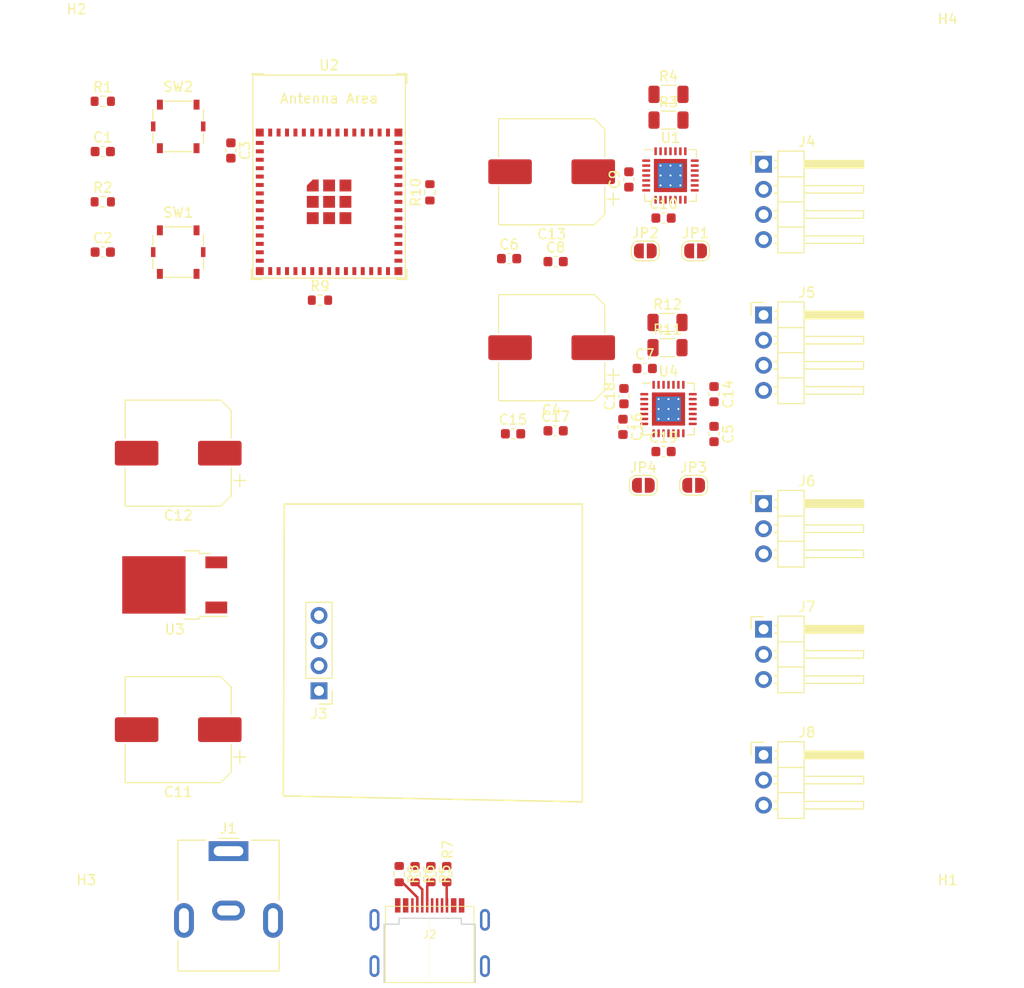
<source format=kicad_pcb>
(kicad_pcb (version 20211014) (generator pcbnew)
  (layers (0 "F.Cu" signal) (31 "B.Cu" signal) (34 "B.Paste" user) (35 "F.Paste" user) (36 "B.SilkS" user "B.Silkscreen") (37 "F.SilkS" user "F.Silkscreen") (38 "B.Mask" user) (39 "F.Mask" user) (44 "Edge.Cuts" user))
  (net 0 "")
  (net 1 "GND")
  (net 2 "Net-(C1-Pad2)")
  (net 3 "Net-(C2-Pad2)")
  (net 4 "+3V3")
  (net 5 "+24V")
  (net 6 "Net-(C7-Pad1)")
  (net 7 "Net-(C9-Pad1)")
  (net 8 "Net-(C9-Pad2)")
  (net 9 "Net-(C10-Pad1)")
  (net 10 "Net-(J2-PadA4)")
  (net 11 "Net-(J2-PadA5)")
  (net 12 "Net-(J2-PadA6)")
  (net 13 "Net-(J2-PadA7)")
  (net 15 "Net-(J2-PadB5)")
  (net 21 "Net-(JP1-Pad2)")
  (net 22 "Net-(JP2-Pad2)")
  (net 23 "Net-(R3-Pad2)")
  (net 24 "Net-(R4-Pad2)")
  (net 25 "Net-(R5-Pad1)")
  (net 26 "Net-(R6-Pad1)")
  (net 64 "Net-(C16-Pad1)")
  (net 65 "Net-(C18-Pad1)")
  (net 66 "Net-(C18-Pad2)")
  (net 67 "Net-(C19-Pad1)")
  (net 68 "Net-(U1-Pad26)")
  (net 69 "Net-(U1-Pad24)")
  (net 70 "Net-(U1-Pad21)")
  (net 71 "Net-(U1-Pad1)")
  (net 72 "Net-(J5-Pad1)")
  (net 73 "Net-(J5-Pad2)")
  (net 74 "Net-(J5-Pad3)")
  (net 75 "Net-(J5-Pad4)")
  (net 76 "Net-(JP3-Pad2)")
  (net 77 "Net-(JP4-Pad2)")
  (net 78 "Net-(U2-Pad21)")
  (net 79 "Net-(U2-Pad22)")
  (net 80 "Net-(U2-Pad39)")
  (net 81 "Net-(U2-Pad40)")
  (net 82 "Net-(R11-Pad2)")
  (net 83 "Net-(R12-Pad2)")
  (net 92 "Stepper A")
  (net 93 "Stepper B")
  (net 94 "Stepper C")
  (footprint "Jumper:SolderJumper-2_P1.3mm_Open_RoundedPad1.0x1.5mm" (layer "F.Cu") (at 128.46 53.22)
    (fp_text reference "JP2" (at 0 -1.8) (layer "F.SilkS"))
    (fp_text value "SolderJumper_2_Open")
    (pad "1" smd custom (at -0.65 0) (size 1 0.5) (layers "F.Cu" "F.Mask") (net 4 "+3V3") (options (clearance outline) (anchor rect)) (primitives (gr_circle (center 0 0.25) (end 0.5 0.25) (width 0) (fill yes)) (gr_circle (center 0 -0.25) (end 0.5 -0.25) (width 0) (fill yes)) (gr_poly (pts (xy 0.5 0.75) (xy 0 0.75) (xy 0 -0.75) (xy 0.5 -0.75)) (width 0) (fill yes))))
    (pad "2" smd custom (at 0.65 0) (size 1 0.5) (layers "F.Cu" "F.Mask") (net 22 "Net-(JP2-Pad2)") (options (clearance outline) (anchor rect)) (primitives (gr_circle (center 0 0.25) (end 0.5 0.25) (width 0) (fill yes)) (gr_circle (center 0 -0.25) (end 0.5 -0.25) (width 0) (fill yes)) (gr_poly (pts (xy 0 0.75) (xy -0.5 0.75) (xy -0.5 -0.75) (xy 0 -0.75)) (width 0) (fill yes))))
  )
  (footprint "Espressif:ESP32-S3-MINI-1" (layer "F.Cu") (at 96.52 48.26)
    (fp_text reference "U2" (at 0 -13.8) (layer "F.SilkS"))
    (fp_text value "ESP32-S3-MINI-1")
    (fp_text user "Antenna Area" (at 0 -10.45) (layer "F.SilkS"))
    (pad "1" smd rect (at -7 -5.95 90) (size 0.4 0.8) (layers "F.Cu" "F.Paste" "F.Mask") (net 1 "GND"))
    (pad "2" smd rect (at -7 -5.1 90) (size 0.4 0.8) (layers "F.Cu" "F.Paste" "F.Mask") (net 1 "GND"))
    (pad "3" smd rect (at -7 -4.25 90) (size 0.4 0.8) (layers "F.Cu" "F.Paste" "F.Mask") (net 4 "+3V3"))
    (pad "4" smd rect (at -7 -3.4 90) (size 0.4 0.8) (layers "F.Cu" "F.Paste" "F.Mask") (net 2 "Net-(C1-Pad2)"))
    (pad "5" smd rect (at -7 -2.55 90) (size 0.4 0.8) (layers "F.Cu" "F.Paste" "F.Mask"))
    (pad "6" smd rect (at -7 -1.7 90) (size 0.4 0.8) (layers "F.Cu" "F.Paste" "F.Mask"))
    (pad "7" smd rect (at -7 -0.85 90) (size 0.4 0.8) (layers "F.Cu" "F.Paste" "F.Mask"))
    (pad "8" smd rect (at -7 0 90) (size 0.4 0.8) (layers "F.Cu" "F.Paste" "F.Mask"))
    (pad "9" smd rect (at -7 0.85 90) (size 0.4 0.8) (layers "F.Cu" "F.Paste" "F.Mask"))
    (pad "10" smd rect (at -7 1.7 90) (size 0.4 0.8) (layers "F.Cu" "F.Paste" "F.Mask"))
    (pad "11" smd rect (at -7 2.55 90) (size 0.4 0.8) (layers "F.Cu" "F.Paste" "F.Mask"))
    (pad "12" smd rect (at -7 3.4 90) (size 0.4 0.8) (layers "F.Cu" "F.Paste" "F.Mask") (net 92 "Stepper A"))
    (pad "13" smd rect (at -7 4.25 90) (size 0.4 0.8) (layers "F.Cu" "F.Paste" "F.Mask") (net 93 "Stepper B"))
    (pad "14" smd rect (at -7 5.1 90) (size 0.4 0.8) (layers "F.Cu" "F.Paste" "F.Mask") (net 94 "Stepper C"))
    (pad "15" smd rect (at -7 5.95 90) (size 0.4 0.8) (layers "F.Cu" "F.Paste" "F.Mask"))
    (pad "16" smd rect (at -5.95 7) (size 0.4 0.8) (layers "F.Cu" "F.Paste" "F.Mask"))
    (pad "17" smd rect (at -5.1 7) (size 0.4 0.8) (layers "F.Cu" "F.Paste" "F.Mask"))
    (pad "18" smd rect (at -4.25 7) (size 0.4 0.8) (layers "F.Cu" "F.Paste" "F.Mask"))
    (pad "19" smd rect (at -3.4 7) (size 0.4 0.8) (layers "F.Cu" "F.Paste" "F.Mask"))
    (pad "20" smd rect (at -2.55 7) (size 0.4 0.8) (layers "F.Cu" "F.Paste" "F.Mask"))
    (pad "21" smd rect (at -1.7 7) (size 0.4 0.8) (layers "F.Cu" "F.Paste" "F.Mask") (net 78 "Net-(U2-Pad21)"))
    (pad "22" smd rect (at -0.85 7) (size 0.4 0.8) (layers "F.Cu" "F.Paste" "F.Mask") (net 79 "Net-(U2-Pad22)"))
    (pad "23" smd rect (at 0 7) (size 0.4 0.8) (layers "F.Cu" "F.Paste" "F.Mask") (net 26 "Net-(R6-Pad1)"))
    (pad "24" smd rect (at 0.85 7) (size 0.4 0.8) (layers "F.Cu" "F.Paste" "F.Mask") (net 25 "Net-(R5-Pad1)"))
    (pad "25" smd rect (at 1.7 7) (size 0.4 0.8) (layers "F.Cu" "F.Paste" "F.Mask"))
    (pad "26" smd rect (at 2.55 7) (size 0.4 0.8) (layers "F.Cu" "F.Paste" "F.Mask"))
    (pad "27" smd rect (at 3.4 7) (size 0.4 0.8) (layers "F.Cu" "F.Paste" "F.Mask"))
    (pad "28" smd rect (at 4.25 7) (size 0.4 0.8) (layers "F.Cu" "F.Paste" "F.Mask"))
    (pad "29" smd rect (at 5.1 7) (size 0.4 0.8) (layers "F.Cu" "F.Paste" "F.Mask"))
    (pad "30" smd rect (at 5.95 7) (size 0.4 0.8) (layers "F.Cu" "F.Paste" "F.Mask"))
    (pad "31" smd rect (at 7 5.95 90) (size 0.4 0.8) (layers "F.Cu" "F.Paste" "F.Mask"))
    (pad "32" smd rect (at 7 5.1 90) (size 0.4 0.8) (layers "F.Cu" "F.Paste" "F.Mask"))
    (pad "33" smd rect (at 7 4.25 90) (size 0.4 0.8) (layers "F.Cu" "F.Paste" "F.Mask"))
    (pad "34" smd rect (at 7 3.4 90) (size 0.4 0.8) (layers "F.Cu" "F.Paste" "F.Mask"))
    (pad "35" smd rect (at 7 2.55 90) (size 0.4 0.8) (layers "F.Cu" "F.Paste" "F.Mask"))
    (pad "36" smd rect (at 7 1.7 90) (size 0.4 0.8) (layers "F.Cu" "F.Paste" "F.Mask"))
    (pad "37" smd rect (at 7 0.85 90) (size 0.4 0.8) (layers "F.Cu" "F.Paste" "F.Mask"))
    (pad "38" smd rect (at 7 0 90) (size 0.4 0.8) (layers "F.Cu" "F.Paste" "F.Mask"))
    (pad "39" smd rect (at 7 -0.85 90) (size 0.4 0.8) (layers "F.Cu" "F.Paste" "F.Mask") (net 80 "Net-(U2-Pad39)"))
    (pad "40" smd rect (at 7 -1.7 90) (size 0.4 0.8) (layers "F.Cu" "F.Paste" "F.Mask") (net 81 "Net-(U2-Pad40)"))
    (pad "41" smd rect (at 7 -2.55 90) (size 0.4 0.8) (layers "F.Cu" "F.Paste" "F.Mask"))
    (pad "42" smd rect (at 7 -3.4 90) (size 0.4 0.8) (layers "F.Cu" "F.Paste" "F.Mask") (net 1 "GND"))
    (pad "43" smd rect (at 7 -4.25 90) (size 0.4 0.8) (layers "F.Cu" "F.Paste" "F.Mask") (net 1 "GND"))
    (pad "44" smd rect (at 7 -5.1 90) (size 0.4 0.8) (layers "F.Cu" "F.Paste" "F.Mask"))
    (pad "45" smd rect (at 7 -5.95 90) (size 0.4 0.8) (layers "F.Cu" "F.Paste" "F.Mask") (net 3 "Net-(C2-Pad2)"))
    (pad "46" smd rect (at -1.65 1.65) (size 1.2 1.2) (layers "F.Cu" "F.Paste" "F.Mask") (net 1 "GND"))
    (pad "46" smd rect (at -5.1 -7) (size 0.4 0.8) (layers "F.Cu" "F.Paste" "F.Mask") (net 1 "GND"))
    (pad "46" smd rect (at 4.25 -7) (size 0.4 0.8) (layers "F.Cu" "F.Paste" "F.Mask") (net 1 "GND"))
    (pad "46" smd rect (at 5.1 -7) (size 0.4 0.8) (layers "F.Cu" "F.Paste" "F.Mask") (net 1 "GND"))
    (pad "46" smd rect (at 1.65 0) (size 1.2 1.2) (layers "F.Cu" "F.Paste" "F.Mask") (net 1 "GND"))
    (pad "46" smd rect (at 0 1.65) (size 1.2 1.2) (layers "F.Cu" "F.Paste" "F.Mask") (net 1 "GND"))
    (pad "46" smd rect (at -3.4 -7) (size 0.4 0.8) (layers "F.Cu" "F.Paste" "F.Mask") (net 1 "GND"))
    (pad "46" smd rect (at 2.55 -7) (size 0.4 0.8) (layers "F.Cu" "F.Paste" "F.Mask") (net 1 "GND"))
    (pad "46" smd rect (at -5.95 -7) (size 0.4 0.8) (layers "F.Cu" "F.Paste" "F.Mask") (net 1 "GND"))
    (pad "46" smd rect (at 0 -1.65) (size 1.2 1.2) (layers "F.Cu" "F.Paste" "F.Mask") (net 1 "GND"))
    (pad "46" smd rect (at 3.4 -7) (size 0.4 0.8) (layers "F.Cu" "F.Paste" "F.Mask") (net 1 "GND"))
    (pad "46" smd rect (at 5.95 -7) (size 0.4 0.8) (layers "F.Cu" "F.Paste" "F.Mask") (net 1 "GND"))
    (pad "46" smd custom (at -1.65 -1.65) (size 0.6 0.6) (layers "F.Cu" "F.Paste" "F.Mask") (net 1 "GND") (options (clearance outline) (anchor rect)) (primitives (gr_poly (pts (xy 0.6 0.6) (xy -0.6 0.6) (xy -0.6 0) (xy 0 -0.6) (xy 0.6 -0.6)) (width 0) (fill yes))))
    (pad "46" smd rect (at 7 7 180) (size 0.8 0.8) (layers "F.Cu" "F.Paste" "F.Mask") (net 1 "GND"))
    (pad "46" smd rect (at -2.55 -7) (size 0.4 0.8) (layers "F.Cu" "F.Paste" "F.Mask") (net 1 "GND"))
    (pad "46" smd rect (at 0.85 -7) (size 0.4 0.8) (layers "F.Cu" "F.Paste" "F.Mask") (net 1 "GND"))
    (pad "46" smd rect (at 1.7 -7) (size 0.4 0.8) (layers "F.Cu" "F.Paste" "F.Mask") (net 1 "GND"))
    (pad "46" smd rect (at -4.25 -7) (size 0.4 0.8) (layers "F.Cu" "F.Paste" "F.Mask") (net 1 "GND"))
    (pad "46" smd rect (at -1.65 0) (size 1.2 1.2) (layers "F.Cu" "F.Paste" "F.Mask") (net 1 "GND"))
    (pad "46" smd rect (at -7 -7 180) (size 0.8 0.8) (layers "F.Cu" "F.Paste" "F.Mask") (net 1 "GND"))
    (pad "46" smd rect (at -7 7 180) (size 0.8 0.8) (layers "F.Cu" "F.Paste" "F.Mask") (net 1 "GND"))
    (pad "46" smd rect (at 1.65 1.65) (size 1.2 1.2) (layers "F.Cu" "F.Paste" "F.Mask") (net 1 "GND"))
    (pad "46" smd rect (at 1.65 -1.65) (size 1.2 1.2) (layers "F.Cu" "F.Paste" "F.Mask") (net 1 "GND"))
    (pad "46" smd rect (at -1.7 -7) (size 0.4 0.8) (layers "F.Cu" "F.Paste" "F.Mask") (net 1 "GND"))
    (pad "46" smd rect (at 0 0) (size 1.2 1.2) (layers "F.Cu" "F.Paste" "F.Mask") (net 1 "GND"))
    (pad "46" smd rect (at -0.85 -7) (size 0.4 0.8) (layers "F.Cu" "F.Paste" "F.Mask") (net 1 "GND"))
    (pad "46" smd rect (at 0 -7) (size 0.4 0.8) (layers "F.Cu" "F.Paste" "F.Mask") (net 1 "GND"))
    (pad "46" smd rect (at 7 -7 180) (size 0.8 0.8) (layers "F.Cu" "F.Paste" "F.Mask") (net 1 "GND"))
  )
  (footprint "Resistor_SMD:R_0603_1608Metric" (layer "F.Cu") (at 73.66 48.26)
    (fp_text reference "R2" (at 0 -1.43) (layer "F.SilkS"))
    (fp_text value "10k")
    (pad "1" smd roundrect (at -0.825 0) (size 0.8 0.95) (layers "F.Cu" "F.Paste" "F.Mask") (net 4 "+3V3"))
    (pad "2" smd roundrect (at 0.825 0) (size 0.8 0.95) (layers "F.Cu" "F.Paste" "F.Mask") (net 3 "Net-(C2-Pad2)"))
  )
  (footprint "Connector_BarrelJack:BarrelJack_CUI_PJ-063AH_Horizontal" (layer "F.Cu") (at 86.36 113.88)
    (fp_text reference "J1" (at 0 -2.3) (layer "F.SilkS"))
    (fp_text value "24VDC")
    (pad "" np_thru_hole circle (at 0 9) (size 1.6 1.6) (drill 1.6) (layers *.Cu *.Mask))
    (pad "1" thru_hole rect (at 0 0) (size 4 2) (drill oval 3 1) (layers *.Cu *.Mask) (net 5 "+24V"))
    (pad "2" thru_hole oval (at 0 6) (size 3.3 2) (drill oval 2.3 1) (layers *.Cu *.Mask) (net 1 "GND"))
    (pad "MP" thru_hole oval (at -4.5 7) (size 2 3.5) (drill oval 1 2.5) (layers *.Cu *.Mask))
    (pad "MP" thru_hole oval (at 4.5 7) (size 2 3.5) (drill oval 1 2.5) (layers *.Cu *.Mask))
  )
  (footprint "MountingHole:MountingHole_3.2mm_M3" (layer "F.Cu") (at 159 34)
    (fp_text reference "H4" (at 0 -4.2) (layer "F.SilkS"))
    (fp_text value "Conn_01x01_Female")
    (pad "" np_thru_hole circle (at 0 0) (size 3.2 3.2) (drill 3.2) (layers *.Cu *.Mask))
  )
  (footprint "Capacitor_SMD:C_0603_1608Metric" (layer "F.Cu") (at 128.4 65.1)
    (fp_text reference "C7" (at 0 -1.43) (layer "F.SilkS"))
    (fp_text value "0.1uF")
    (pad "1" smd roundrect (at -0.775 0) (size 0.9 0.95) (layers "F.Cu" "F.Paste" "F.Mask") (net 6 "Net-(C7-Pad1)"))
    (pad "2" smd roundrect (at 0.775 0) (size 0.9 0.95) (layers "F.Cu" "F.Paste" "F.Mask") (net 5 "+24V"))
  )
  (footprint "Resistor_SMD:R_0603_1608Metric" (layer "F.Cu") (at 95.6 58.2)
    (fp_text reference "R9" (at 0 -1.43) (layer "F.SilkS"))
    (fp_text value "R")
    (pad "1" smd roundrect (at -0.825 0) (size 0.8 0.95) (layers "F.Cu" "F.Paste" "F.Mask") (net 78 "Net-(U2-Pad21)"))
    (pad "2" smd roundrect (at 0.825 0) (size 0.8 0.95) (layers "F.Cu" "F.Paste" "F.Mask") (net 79 "Net-(U2-Pad22)"))
  )
  (footprint "Connector_PinHeader_2.54mm:PinHeader_1x03_P2.54mm_Horizontal" (layer "F.Cu") (at 140.405 91.455)
    (fp_text reference "J7" (at 4.385 -2.27) (layer "F.SilkS"))
    (fp_text value "Stepper B")
    (pad "1" thru_hole rect (at 0 0) (size 1.7 1.7) (drill 1) (layers *.Cu *.Mask) (net 93 "Stepper B"))
    (pad "2" thru_hole oval (at 0 2.54) (size 1.7 1.7) (drill 1) (layers *.Cu *.Mask) (net 4 "+3V3"))
    (pad "3" thru_hole oval (at 0 5.08) (size 1.7 1.7) (drill 1) (layers *.Cu *.Mask) (net 1 "GND"))
  )
  (footprint "Capacitor_SMD:C_0603_1608Metric" (layer "F.Cu") (at 119.4 71.4)
    (fp_text reference "C17" (at 0 -1.43) (layer "F.SilkS"))
    (fp_text value "0.1uF")
    (pad "1" smd roundrect (at -0.775 0) (size 0.9 0.95) (layers "F.Cu" "F.Paste" "F.Mask") (net 5 "+24V"))
    (pad "2" smd roundrect (at 0.775 0) (size 0.9 0.95) (layers "F.Cu" "F.Paste" "F.Mask") (net 1 "GND"))
  )
  (footprint "Button_Switch_SMD:SW_SPST_Panasonic_EVQPL_3PL_5PL_PT_A08" (layer "F.Cu") (at 81.28 53.34)
    (fp_text reference "SW1" (at 0 -4) (layer "F.SilkS"))
    (fp_text value "BOOT")
    (pad "0" smd rect (at -2.525 0) (size 0.45 1) (layers "F.Cu" "F.Paste" "F.Mask"))
    (pad "0" smd rect (at 2.525 0) (size 0.45 1) (layers "F.Cu" "F.Paste" "F.Mask"))
    (pad "1" smd rect (at -1.85 -2.2) (size 0.6 1) (layers "F.Cu" "F.Paste" "F.Mask") (net 1 "GND"))
    (pad "1" smd rect (at -1.85 2.2) (size 0.6 1) (layers "F.Cu" "F.Paste" "F.Mask") (net 1 "GND"))
    (pad "2" smd rect (at 1.85 2.2) (size 0.6 1) (layers "F.Cu" "F.Paste" "F.Mask") (net 2 "Net-(C1-Pad2)"))
    (pad "2" smd rect (at 1.85 -2.2) (size 0.6 1) (layers "F.Cu" "F.Paste" "F.Mask") (net 2 "Net-(C1-Pad2)"))
  )
  (footprint "Capacitor_SMD:C_0603_1608Metric" (layer "F.Cu") (at 126.3 67.9 90)
    (fp_text reference "C18" (at 0 -1.43 90) (layer "F.SilkS"))
    (fp_text value "22nF")
    (pad "1" smd roundrect (at -0.775 0 90) (size 0.9 0.95) (layers "F.Cu" "F.Paste" "F.Mask") (net 65 "Net-(C18-Pad1)"))
    (pad "2" smd roundrect (at 0.775 0 90) (size 0.9 0.95) (layers "F.Cu" "F.Paste" "F.Mask") (net 66 "Net-(C18-Pad2)"))
  )
  (footprint "Capacitor_SMD:CP_Elec_10x10.5" (layer "F.Cu") (at 119 45.22 180)
    (fp_text reference "C13" (at 0 -6.3) (layer "F.SilkS"))
    (fp_text value "100uF")
    (pad "1" smd roundrect (at -4.2 0 180) (size 4.4 2.5) (layers "F.Cu" "F.Paste" "F.Mask") (roundrect_rratio 0.1) (net 5 "+24V"))
    (pad "2" smd roundrect (at 4.2 0 180) (size 4.4 2.5) (layers "F.Cu" "F.Paste" "F.Mask") (roundrect_rratio 0.1) (net 1 "GND"))
  )
  (footprint "Resistor_SMD:R_0603_1608Metric" (layer "F.Cu") (at 103.6 116.2 -90)
    (fp_text reference "R8" (at 0 -1.43 90) (layer "F.SilkS"))
    (fp_text value "5.1k")
    (pad "1" smd roundrect (at -0.825 0 270) (size 0.8 0.95) (layers "F.Cu" "F.Paste" "F.Mask") (net 1 "GND"))
    (pad "2" smd roundrect (at 0.825 0 270) (size 0.8 0.95) (layers "F.Cu" "F.Paste" "F.Mask") (net 11 "Net-(J2-PadA5)"))
  )
  (footprint "Jumper:SolderJumper-2_P1.3mm_Open_RoundedPad1.0x1.5mm" (layer "F.Cu") (at 133.54 53.22)
    (fp_text reference "JP1" (at 0 -1.8) (layer "F.SilkS"))
    (fp_text value "SolderJumper_2_Open")
    (pad "1" smd custom (at -0.65 0) (size 1 0.5) (layers "F.Cu" "F.Mask") (net 4 "+3V3") (options (clearance outline) (anchor rect)) (primitives (gr_circle (center 0 0.25) (end 0.5 0.25) (width 0) (fill yes)) (gr_circle (center 0 -0.25) (end 0.5 -0.25) (width 0) (fill yes)) (gr_poly (pts (xy 0.5 0.75) (xy 0 0.75) (xy 0 -0.75) (xy 0.5 -0.75)) (width 0) (fill yes))))
    (pad "2" smd custom (at 0.65 0) (size 1 0.5) (layers "F.Cu" "F.Mask") (net 21 "Net-(JP1-Pad2)") (options (clearance outline) (anchor rect)) (primitives (gr_circle (center 0 0.25) (end 0.5 0.25) (width 0) (fill yes)) (gr_circle (center 0 -0.25) (end 0.5 -0.25) (width 0) (fill yes)) (gr_poly (pts (xy 0 0.75) (xy -0.5 0.75) (xy -0.5 -0.75) (xy 0 -0.75)) (width 0) (fill yes))))
  )
  (footprint "Jumper:SolderJumper-2_P1.3mm_Open_RoundedPad1.0x1.5mm" (layer "F.Cu") (at 128.26 76.91)
    (fp_text reference "JP4" (at 0 -1.8) (layer "F.SilkS"))
    (fp_text value "SolderJumper_2_Open")
    (pad "1" smd custom (at -0.65 0) (size 1 0.5) (layers "F.Cu" "F.Mask") (net 4 "+3V3") (options (clearance outline) (anchor rect)) (primitives (gr_circle (center 0 0.25) (end 0.5 0.25) (width 0) (fill yes)) (gr_circle (center 0 -0.25) (end 0.5 -0.25) (width 0) (fill yes)) (gr_poly (pts (xy 0.5 0.75) (xy 0 0.75) (xy 0 -0.75) (xy 0.5 -0.75)) (width 0) (fill yes))))
    (pad "2" smd custom (at 0.65 0) (size 1 0.5) (layers "F.Cu" "F.Mask") (net 77 "Net-(JP4-Pad2)") (options (clearance outline) (anchor rect)) (primitives (gr_circle (center 0 0.25) (end 0.5 0.25) (width 0) (fill yes)) (gr_circle (center 0 -0.25) (end 0.5 -0.25) (width 0) (fill yes)) (gr_poly (pts (xy 0 0.75) (xy -0.5 0.75) (xy -0.5 -0.75) (xy 0 -0.75)) (width 0) (fill yes))))
  )
  (footprint "Capacitor_SMD:C_0603_1608Metric" (layer "F.Cu") (at 86.6 43.075 -90)
    (fp_text reference "C3" (at 0 -1.43 90) (layer "F.SilkS"))
    (fp_text value "0.1uF")
    (pad "1" smd roundrect (at -0.775 0 270) (size 0.9 0.95) (layers "F.Cu" "F.Paste" "F.Mask") (net 1 "GND"))
    (pad "2" smd roundrect (at 0.775 0 270) (size 0.9 0.95) (layers "F.Cu" "F.Paste" "F.Mask") (net 4 "+3V3"))
  )
  (footprint "Capacitor_SMD:C_0603_1608Metric" (layer "F.Cu") (at 115.1 71.7)
    (fp_text reference "C15" (at 0 -1.43) (layer "F.SilkS"))
    (fp_text value "0.1uF")
    (pad "1" smd roundrect (at -0.775 0) (size 0.9 0.95) (layers "F.Cu" "F.Paste" "F.Mask") (net 5 "+24V"))
    (pad "2" smd roundrect (at 0.775 0) (size 0.9 0.95) (layers "F.Cu" "F.Paste" "F.Mask") (net 1 "GND"))
  )
  (footprint "Resistor_SMD:R_0603_1608Metric" (layer "F.Cu") (at 105.2 116.2 -90)
    (fp_text reference "R6" (at 0 -1.43 90) (layer "F.SilkS"))
    (fp_text value "33R")
    (pad "1" smd roundrect (at -0.825 0 270) (size 0.8 0.95) (layers "F.Cu" "F.Paste" "F.Mask") (net 26 "Net-(R6-Pad1)"))
    (pad "2" smd roundrect (at 0.825 0 270) (size 0.8 0.95) (layers "F.Cu" "F.Paste" "F.Mask") (net 13 "Net-(J2-PadA7)"))
  )
  (footprint "Capacitor_SMD:C_0603_1608Metric" (layer "F.Cu") (at 114.7 54)
    (fp_text reference "C6" (at 0 -1.43) (layer "F.SilkS"))
    (fp_text value "0.1uF")
    (pad "1" smd roundrect (at -0.775 0) (size 0.9 0.95) (layers "F.Cu" "F.Paste" "F.Mask") (net 5 "+24V"))
    (pad "2" smd roundrect (at 0.775 0) (size 0.9 0.95) (layers "F.Cu" "F.Paste" "F.Mask") (net 1 "GND"))
  )
  (footprint "MountingHole:MountingHole_3.2mm_M3" (layer "F.Cu") (at 71 33)
    (fp_text reference "H2" (at 0 -4.2) (layer "F.SilkS"))
    (fp_text value "Conn_01x01_Female")
    (pad "" np_thru_hole circle (at 0 0) (size 3.2 3.2) (drill 3.2) (layers *.Cu *.Mask))
  )
  (footprint "Capacitor_SMD:C_0603_1608Metric" (layer "F.Cu") (at 130.3 73.5)
    (fp_text reference "C19" (at 0 -1.43) (layer "F.SilkS"))
    (fp_text value "2.2uF")
    (pad "1" smd roundrect (at -0.775 0) (size 0.9 0.95) (layers "F.Cu" "F.Paste" "F.Mask") (net 67 "Net-(C19-Pad1)"))
    (pad "2" smd roundrect (at 0.775 0) (size 0.9 0.95) (layers "F.Cu" "F.Paste" "F.Mask") (net 1 "GND"))
  )
  (footprint "Connector_PinHeader_2.54mm:PinHeader_1x04_P2.54mm_Horizontal" (layer "F.Cu") (at 140.405 44.46)
    (fp_text reference "J4" (at 4.385 -2.27) (layer "F.SilkS"))
    (fp_text value "Left motor")
    (pad "1" thru_hole rect (at 0 0) (size 1.7 1.7) (drill 1) (layers *.Cu *.Mask) (net 68 "Net-(U1-Pad26)"))
    (pad "2" thru_hole oval (at 0 2.54) (size 1.7 1.7) (drill 1) (layers *.Cu *.Mask) (net 69 "Net-(U1-Pad24)"))
    (pad "3" thru_hole oval (at 0 5.08) (size 1.7 1.7) (drill 1) (layers *.Cu *.Mask) (net 70 "Net-(U1-Pad21)"))
    (pad "4" thru_hole oval (at 0 7.62) (size 1.7 1.7) (drill 1) (layers *.Cu *.Mask) (net 71 "Net-(U1-Pad1)"))
  )
  (footprint "Capacitor_SMD:CP_Elec_10x10.5" (layer "F.Cu") (at 81.28 101.6 180)
    (fp_text reference "C11" (at 0 -6.3) (layer "F.SilkS"))
    (fp_text value "10uF")
    (pad "1" smd roundrect (at -4.2 0 180) (size 4.4 2.5) (layers "F.Cu" "F.Paste" "F.Mask") (roundrect_rratio 0.1) (net 5 "+24V"))
    (pad "2" smd roundrect (at 4.2 0 180) (size 4.4 2.5) (layers "F.Cu" "F.Paste" "F.Mask") (roundrect_rratio 0.1) (net 1 "GND"))
  )
  (footprint "Capacitor_SMD:C_0603_1608Metric" (layer "F.Cu") (at 126.2 71 -90)
    (fp_text reference "C16" (at 0 -1.43 90) (layer "F.SilkS"))
    (fp_text value "0.1uF")
    (pad "1" smd roundrect (at -0.775 0 270) (size 0.9 0.95) (layers "F.Cu" "F.Paste" "F.Mask") (net 64 "Net-(C16-Pad1)"))
    (pad "2" smd roundrect (at 0.775 0 270) (size 0.9 0.95) (layers "F.Cu" "F.Paste" "F.Mask") (net 5 "+24V"))
  )
  (footprint "Package_DFN_QFN:QFN-28-1EP_5x5mm_P0.5mm_EP3.35x3.35mm_ThermalVias" (layer "F.Cu") (at 131 45.6)
    (fp_text reference "U1" (at 0 -3.8) (layer "F.SilkS"))
    (fp_text value "TMC2224-LA-T")
    (pad "1" smd roundrect (at -2.45 -1.5) (size 0.8 0.25) (layers "F.Cu" "F.Paste" "F.Mask") (net 71 "Net-(U1-Pad1)"))
    (pad "2" smd roundrect (at -2.45 -1) (size 0.8 0.25) (layers "F.Cu" "F.Paste" "F.Mask") (net 1 "GND"))
    (pad "3" smd roundrect (at -2.45 -0.5) (size 0.8 0.25) (layers "F.Cu" "F.Paste" "F.Mask") (net 1 "GND"))
    (pad "4" smd roundrect (at -2.45 0) (size 0.8 0.25) (layers "F.Cu" "F.Paste" "F.Mask") (net 8 "Net-(C9-Pad2)"))
    (pad "5" smd roundrect (at -2.45 0.5) (size 0.8 0.25) (layers "F.Cu" "F.Paste" "F.Mask") (net 7 "Net-(C9-Pad1)"))
    (pad "6" smd roundrect (at -2.45 1) (size 0.8 0.25) (layers "F.Cu" "F.Paste" "F.Mask") (net 6 "Net-(C7-Pad1)"))
    (pad "7" smd roundrect (at -2.45 1.5) (size 0.8 0.25) (layers "F.Cu" "F.Paste" "F.Mask"))
    (pad "8" smd roundrect (at -1.5 2.45) (size 0.25 0.8) (layers "F.Cu" "F.Paste" "F.Mask") (net 9 "Net-(C10-Pad1)"))
    (pad "9" smd roundrect (at -1 2.45) (size 0.25 0.8) (layers "F.Cu" "F.Paste" "F.Mask") (net 21 "Net-(JP1-Pad2)"))
    (pad "10" smd roundrect (at -0.5 2.45) (size 0.25 0.8) (layers "F.Cu" "F.Paste" "F.Mask") (net 22 "Net-(JP2-Pad2)"))
    (pad "11" smd roundrect (at 0 2.45) (size 0.25 0.8) (layers "F.Cu" "F.Paste" "F.Mask"))
    (pad "12" smd roundrect (at 0.5 2.45) (size 0.25 0.8) (layers "F.Cu" "F.Paste" "F.Mask"))
    (pad "13" smd roundrect (at 1 2.45) (size 0.25 0.8) (layers "F.Cu" "F.Paste" "F.Mask") (net 1 "GND"))
    (pad "14" smd roundrect (at 1.5 2.45) (size 0.25 0.8) (layers "F.Cu" "F.Paste" "F.Mask") (net 79 "Net-(U2-Pad22)"))
    (pad "15" smd roundrect (at 2.45 1.5) (size 0.8 0.25) (layers "F.Cu" "F.Paste" "F.Mask") (net 4 "+3V3"))
    (pad "16" smd roundrect (at 2.45 1) (size 0.8 0.25) (layers "F.Cu" "F.Paste" "F.Mask"))
    (pad "17" smd roundrect (at 2.45 0.5) (size 0.8 0.25) (layers "F.Cu" "F.Paste" "F.Mask"))
    (pad "18" smd roundrect (at 2.45 0) (size 0.8 0.25) (layers "F.Cu" "F.Paste" "F.Mask") (net 1 "GND"))
    (pad "19" smd roundrect (at 2.45 -0.5) (size 0.8 0.25) (layers "F.Cu" "F.Paste" "F.Mask"))
    (pad "20" smd roundrect (at 2.45 -1) (size 0.8 0.25) (layers "F.Cu" "F.Paste" "F.Mask"))
    (pad "21" smd roundrect (at 2.45 -1.5) (size 0.8 0.25) (layers "F.Cu" "F.Paste" "F.Mask") (net 70 "Net-(U1-Pad21)"))
    (pad "22" smd roundrect (at 1.5 -2.45) (size 0.25 0.8) (layers "F.Cu" "F.Paste" "F.Mask") (net 5 "+24V"))
    (pad "23" smd roundrect (at 1 -2.45) (size 0.25 0.8) (layers "F.Cu" "F.Paste" "F.Mask") (net 23 "Net-(R3-Pad2)"))
    (pad "24" smd roundrect (at 0.5 -2.45) (size 0.25 0.8) (layers "F.Cu" "F.Paste" "F.Mask") (net 69 "Net-(U1-Pad24)"))
    (pad "25" smd roundrect (at 0 -2.45) (size 0.25 0.8) (layers "F.Cu" "F.Paste" "F.Mask"))
    (pad "26" smd roundrect (at -0.5 -2.45) (size 0.25 0.8) (layers "F.Cu" "F.Paste" "F.Mask") (net 68 "Net-(U1-Pad26)"))
    (pad "27" smd roundrect (at -1 -2.45) (size 0.25 0.8) (layers "F.Cu" "F.Paste" "F.Mask") (net 24 "Net-(R4-Pad2)"))
    (pad "28" smd roundrect (at -1.5 -2.45) (size 0.25 0.8) (layers "F.Cu" "F.Paste" "F.Mask") (net 5 "+24V"))
    (pad "29" smd rect (at 0 0) (size 3.35 3.35) (layers "F.Cu" "F.Mask"))
    (pad "29" thru_hole circle (at -1 -1) (size 0.5 0.5) (drill 0.2) (layers *.Cu))
    (pad "29" thru_hole circle (at -1 0) (size 0.5 0.5) (drill 0.2) (layers *.Cu))
    (pad "29" thru_hole circle (at 0 1) (size 0.5 0.5) (drill 0.2) (layers *.Cu))
    (pad "29" smd rect (at 0 0) (size 2.5 2.5) (layers "B.Cu"))
    (pad "29" thru_hole circle (at 0 0) (size 0.5 0.5) (drill 0.2) (layers *.Cu))
    (pad "29" thru_hole circle (at 1 -1) (size 0.5 0.5) (drill 0.2) (layers *.Cu))
    (pad "29" thru_hole circle (at 0 -1) (size 0.5 0.5) (drill 0.2) (layers *.Cu))
    (pad "29" thru_hole circle (at 1 1) (size 0.5 0.5) (drill 0.2) (layers *.Cu))
    (pad "29" thru_hole circle (at 1 0) (size 0.5 0.5) (drill 0.2) (layers *.Cu))
    (pad "29" thru_hole circle (at -1 1) (size 0.5 0.5) (drill 0.2) (layers *.Cu))
  )
  (footprint "Button_Switch_SMD:SW_SPST_Panasonic_EVQPL_3PL_5PL_PT_A08" (layer "F.Cu") (at 81.28 40.64)
    (fp_text reference "SW2" (at 0 -4) (layer "F.SilkS"))
    (fp_text value "EN")
    (pad "0" smd rect (at 2.525 0) (size 0.45 1) (layers "F.Cu" "F.Paste" "F.Mask"))
    (pad "0" smd rect (at -2.525 0) (size 0.45 1) (layers "F.Cu" "F.Paste" "F.Mask"))
    (pad "1" smd rect (at -1.85 -2.2) (size 0.6 1) (layers "F.Cu" "F.Paste" "F.Mask") (net 1 "GND"))
    (pad "1" smd rect (at -1.85 2.2) (size 0.6 1) (layers "F.Cu" "F.Paste" "F.Mask") (net 1 "GND"))
    (pad "2" smd rect (at 1.85 2.2) (size 0.6 1) (layers "F.Cu" "F.Paste" "F.Mask") (net 3 "Net-(C2-Pad2)"))
    (pad "2" smd rect (at 1.85 -2.2) (size 0.6 1) (layers "F.Cu" "F.Paste" "F.Mask") (net 3 "Net-(C2-Pad2)"))
  )
  (footprint "Resistor_SMD:R_1206_3216Metric" (layer "F.Cu") (at 130.7 60.45)
    (fp_text reference "R12" (at 0 -1.82) (layer "F.SilkS"))
    (fp_text value "R")
    (pad "1" smd roundrect (at -1.4625 0) (size 1.125 1.75) (layers "F.Cu" "F.Paste" "F.Mask") (roundrect_rratio 0.222222) (net 1 "GND"))
    (pad "2" smd roundrect (at 1.4625 0) (size 1.125 1.75) (layers "F.Cu" "F.Paste" "F.Mask") (roundrect_rratio 0.222222) (net 83 "Net-(R12-Pad2)"))
  )
  (footprint "Resistor_SMD:R_0603_1608Metric" (layer "F.Cu") (at 73.66 38.1)
    (fp_text reference "R1" (at 0 -1.43) (layer "F.SilkS"))
    (fp_text value "10k")
    (pad "1" smd roundrect (at -0.825 0) (size 0.8 0.95) (layers "F.Cu" "F.Paste" "F.Mask") (net 4 "+3V3"))
    (pad "2" smd roundrect (at 0.825 0) (size 0.8 0.95) (layers "F.Cu" "F.Paste" "F.Mask") (net 2 "Net-(C1-Pad2)"))
  )
  (footprint "Capacitor_SMD:C_0603_1608Metric" (layer "F.Cu") (at 126.8 46 90)
    (fp_text reference "C9" (at 0 -1.43 90) (layer "F.SilkS"))
    (fp_text value "22nF")
    (pad "1" smd roundrect (at -0.775 0 90) (size 0.9 0.95) (layers "F.Cu" "F.Paste" "F.Mask") (net 7 "Net-(C9-Pad1)"))
    (pad "2" smd roundrect (at 0.775 0 90) (size 0.9 0.95) (layers "F.Cu" "F.Paste" "F.Mask") (net 8 "Net-(C9-Pad2)"))
  )
  (footprint "Capacitor_SMD:C_0603_1608Metric" (layer "F.Cu") (at 130.3 49.9)
    (fp_text reference "C10" (at 0 -1.43) (layer "F.SilkS"))
    (fp_text value "2.2uF")
    (pad "1" smd roundrect (at -0.775 0) (size 0.9 0.95) (layers "F.Cu" "F.Paste" "F.Mask") (net 9 "Net-(C10-Pad1)"))
    (pad "2" smd roundrect (at 0.775 0) (size 0.9 0.95) (layers "F.Cu" "F.Paste" "F.Mask") (net 1 "GND"))
  )
  (footprint "Connector_PinHeader_2.54mm:PinHeader_1x04_P2.54mm_Vertical" (layer "F.Cu") (at 95.5 97.68 180)
    (fp_text reference "J3" (at 0 -2.33) (layer "F.SilkS"))
    (fp_text value "SSD1306")
    (pad "1" thru_hole rect (at 0 0 180) (size 1.7 1.7) (drill 1) (layers *.Cu *.Mask))
    (pad "2" thru_hole oval (at 0 2.54 180) (size 1.7 1.7) (drill 1) (layers *.Cu *.Mask))
    (pad "3" thru_hole oval (at 0 5.08 180) (size 1.7 1.7) (drill 1) (layers *.Cu *.Mask))
    (pad "4" thru_hole oval (at 0 7.62 180) (size 1.7 1.7) (drill 1) (layers *.Cu *.Mask))
  )
  (footprint "Resistor_SMD:R_1206_3216Metric" (layer "F.Cu") (at 130.7 63)
    (fp_text reference "R11" (at 0 -1.82) (layer "F.SilkS"))
    (fp_text value "R")
    (pad "1" smd roundrect (at -1.4625 0) (size 1.125 1.75) (layers "F.Cu" "F.Paste" "F.Mask") (roundrect_rratio 0.222222) (net 1 "GND"))
    (pad "2" smd roundrect (at 1.4625 0) (size 1.125 1.75) (layers "F.Cu" "F.Paste" "F.Mask") (roundrect_rratio 0.222222) (net 82 "Net-(R11-Pad2)"))
  )
  (footprint "USB-C-Power-tester:TYPE-C-31-M-14" (layer "F.Cu") (at 106.68 124.46)
    (fp_text reference "J2" (at 0 -2.15 -180) (layer "F.SilkS") (effects (font (size 0.8 0.8) (thickness 0.1))))
    (fp_text value "USB_C_Receptacle_USB2.0")
    (fp_line (start 4.6 2.7) (end 4.6 -3.2) (layer "Edge.Cuts") (width 0.12))
    (fp_line (start 4.6 -3.2) (end 3.2 -3.2) (layer "Edge.Cuts") (width 0.12))
    (fp_line (start -3.1 -3.8) (end -3.1 -3.2) (layer "Edge.Cuts") (width 0.12))
    (fp_line (start 3.2 -3.8) (end -3.1 -3.8) (layer "Edge.Cuts") (width 0.12))
    (fp_line (start -4.6 -3.2) (end -4.6 2.7) (layer "Edge.Cuts") (width 0.12))
    (fp_line (start 3.2 -3.2) (end 3.2 -3.8) (layer "Edge.Cuts") (width 0.12))
    (fp_line (start -3.1 -3.2) (end -4.6 -3.2) (layer "Edge.Cuts") (width 0.12))
    (pad "" np_thru_hole circle (at 3.75 -3.725) (size 0.65 0.65) (drill 0.65) (layers *.Cu *.Mask) (clearance 0.01))
    (pad "" np_thru_hole circle (at -3.75 -3.725) (size 0.65 0.65) (drill 0.65) (layers *.Cu *.Mask) (clearance 0.01))
    (pad "A1" smd rect (at -3.375 -5.1) (size 0.25 1.45) (layers "F.Cu" "F.Paste" "F.Mask") (net 1 "GND"))
    (pad "A4" smd rect (at -2.575 -5.1) (size 0.25 1.45) (layers "F.Cu" "F.Paste" "F.Mask") (net 10 "Net-(J2-PadA4)"))
    (pad "A5" smd rect (at -1.25 -5.1) (size 0.25 1.45) (layers "F.Cu" "F.Paste" "F.Mask") (net 11 "Net-(J2-PadA5)"))
    (pad "A6" smd rect (at -0.25 -5.1) (size 0.25 1.45) (layers "F.Cu" "F.Paste" "F.Mask") (net 12 "Net-(J2-PadA6)"))
    (pad "A7" smd rect (at 0.25 -5.1) (size 0.25 1.45) (layers "F.Cu" "F.Paste" "F.Mask") (net 13 "Net-(J2-PadA7)"))
    (pad "A8" smd rect (at 1.25 -5.1) (size 0.25 1.45) (layers "F.Cu" "F.Paste" "F.Mask"))
    (pad "A9" smd rect (at 2.575 -5.1) (size 0.25 1.45) (layers "F.Cu" "F.Paste" "F.Mask") (net 10 "Net-(J2-PadA4)"))
    (pad "A12" smd rect (at 3.375 -5.1) (size 0.25 1.45) (layers "F.Cu" "F.Paste" "F.Mask") (net 1 "GND"))
    (pad "B1" smd rect (at 3.1 -5.1) (size 0.3 1.45) (layers "F.Cu" "F.Paste" "F.Mask") (net 1 "GND"))
    (pad "B4" smd rect (at 2.3 -5.1) (size 0.3 1.45) (layers "F.Cu" "F.Paste" "F.Mask") (net 10 "Net-(J2-PadA4)"))
    (pad "B5" smd rect (at 1.75 -5.1) (size 0.25 1.45) (layers "F.Cu" "F.Paste" "F.Mask") (net 15 "Net-(J2-PadB5)"))
    (pad "B6" smd rect (at 0.75 -5.1) (size 0.25 1.45) (layers "F.Cu" "F.Paste" "F.Mask") (net 12 "Net-(J2-PadA6)"))
    (pad "B7" smd rect (at -0.75 -5.1) (size 0.25 1.45) (layers "F.Cu" "F.Paste" "F.Mask") (net 13 "Net-(J2-PadA7)"))
    (pad "B8" smd rect (at -1.75 -5.1) (size 0.25 1.45) (layers "F.Cu" "F.Paste" "F.Mask"))
    (pad "B9" smd rect (at -2.3 -5.1) (size 0.3 1.45) (layers "F.Cu" "F.Paste" "F.Mask") (net 10 "Net-(J2-PadA4)"))
    (pad "B12" smd rect (at -3.1 -5.1) (size 0.3 1.45) (layers "F.Cu" "F.Paste" "F.Mask") (net 1 "GND"))
    (pad "S1" thru_hole roundrect (at 5.58 -3.64) (size 1 2.2) (drill oval 0.5 1.65) (layers *.Cu *.Mask) (roundrect_rratio 0.5) (net 1 "GND"))
    (pad "S1" thru_hole roundrect (at 5.58 1.04) (size 1 2.2) (drill oval 0.5 1.65) (layers *.Cu *.Mask) (roundrect_rratio 0.5) (net 1 "GND"))
    (pad "S1" thru_hole roundrect (at -5.58 -3.64) (size 1 2.2) (drill oval 0.5 1.65) (layers *.Cu *.Mask) (roundrect_rratio 0.5) (net 1 "GND"))
    (pad "S1" thru_hole roundrect (at -5.58 1.03) (size 1 2.2) (drill oval 0.5 1.65) (layers *.Cu *.Mask) (roundrect_rratio 0.5) (net 1 "GND"))
  )
  (footprint "Connector_PinHeader_2.54mm:PinHeader_1x03_P2.54mm_Horizontal" (layer "F.Cu") (at 140.405 78.755)
    (fp_text reference "J6" (at 4.385 -2.27) (layer "F.SilkS"))
    (fp_text value "Stepper A")
    (pad "1" thru_hole rect (at 0 0) (size 1.7 1.7) (drill 1) (layers *.Cu *.Mask) (net 92 "Stepper A"))
    (pad "2" thru_hole oval (at 0 2.54) (size 1.7 1.7) (drill 1) (layers *.Cu *.Mask) (net 4 "+3V3"))
    (pad "3" thru_hole oval (at 0 5.08) (size 1.7 1.7) (drill 1) (layers *.Cu *.Mask) (net 1 "GND"))
  )
  (footprint "Capacitor_SMD:C_0603_1608Metric" (layer "F.Cu") (at 119.4 54.3)
    (fp_text reference "C8" (at 0 -1.43) (layer "F.SilkS"))
    (fp_text value "0.1uF")
    (pad "1" smd roundrect (at -0.775 0) (size 0.9 0.95) (layers "F.Cu" "F.Paste" "F.Mask") (net 5 "+24V"))
    (pad "2" smd roundrect (at 0.775 0) (size 0.9 0.95) (layers "F.Cu" "F.Paste" "F.Mask") (net 1 "GND"))
  )
  (footprint "MountingHole:MountingHole_3.2mm_M3" (layer "F.Cu") (at 72 121)
    (fp_text reference "H3" (at 0 -4.2) (layer "F.SilkS"))
    (fp_text value "Conn_01x01_Female")
    (pad "" np_thru_hole circle (at 0 0) (size 3.2 3.2) (drill 3.2) (layers *.Cu *.Mask))
  )
  (footprint "Capacitor_SMD:C_0603_1608Metric" (layer "F.Cu") (at 135.4 67.7 -90)
    (fp_text reference "C14" (at 0 -1.43 90) (layer "F.SilkS"))
    (fp_text value "0.1uF")
    (pad "1" smd roundrect (at -0.775 0 270) (size 0.9 0.95) (layers "F.Cu" "F.Paste" "F.Mask") (net 4 "+3V3"))
    (pad "2" smd roundrect (at 0.775 0 270) (size 0.9 0.95) (layers "F.Cu" "F.Paste" "F.Mask") (net 1 "GND"))
  )
  (footprint "MountingHole:MountingHole_3.2mm_M3" (layer "F.Cu") (at 159 121)
    (fp_text reference "H1" (at 0 -4.2) (layer "F.SilkS"))
    (fp_text value "Conn_01x01_Female")
    (pad "" np_thru_hole circle (at 0 0) (size 3.2 3.2) (drill 3.2) (layers *.Cu *.Mask))
  )
  (footprint "Capacitor_SMD:CP_Elec_10x10.5" (layer "F.Cu") (at 119 63 180)
    (fp_text reference "C4" (at 0 -6.3) (layer "F.SilkS"))
    (fp_text value "100uF")
    (pad "1" smd roundrect (at -4.2 0 180) (size 4.4 2.5) (layers "F.Cu" "F.Paste" "F.Mask") (roundrect_rratio 0.1) (net 5 "+24V"))
    (pad "2" smd roundrect (at 4.2 0 180) (size 4.4 2.5) (layers "F.Cu" "F.Paste" "F.Mask") (roundrect_rratio 0.1) (net 1 "GND"))
  )
  (footprint "Package_DFN_QFN:QFN-28-1EP_5x5mm_P0.5mm_EP3.35x3.35mm_ThermalVias" (layer "F.Cu") (at 130.8 69.2)
    (fp_text reference "U4" (at 0 -3.8) (layer "F.SilkS"))
    (fp_text value "TMC2224-LA-T")
    (pad "1" smd roundrect (at -2.45 -1.5) (size 0.8 0.25) (layers "F.Cu" "F.Paste" "F.Mask") (net 75 "Net-(J5-Pad4)"))
    (pad "2" smd roundrect (at -2.45 -1) (size 0.8 0.25) (layers "F.Cu" "F.Paste" "F.Mask") (net 1 "GND"))
    (pad "3" smd roundrect (at -2.45 -0.5) (size 0.8 0.25) (layers "F.Cu" "F.Paste" "F.Mask") (net 1 "GND"))
    (pad "4" smd roundrect (at -2.45 0) (size 0.8 0.25) (layers "F.Cu" "F.Paste" "F.Mask") (net 66 "Net-(C18-Pad2)"))
    (pad "5" smd roundrect (at -2.45 0.5) (size 0.8 0.25) (layers "F.Cu" "F.Paste" "F.Mask") (net 65 "Net-(C18-Pad1)"))
    (pad "6" smd roundrect (at -2.45 1) (size 0.8 0.25) (layers "F.Cu" "F.Paste" "F.Mask") (net 64 "Net-(C16-Pad1)"))
    (pad "7" smd roundrect (at -2.45 1.5) (size 0.8 0.25) (layers "F.Cu" "F.Paste" "F.Mask"))
    (pad "8" smd roundrect (at -1.5 2.45) (size 0.25 0.8) (layers "F.Cu" "F.Paste" "F.Mask") (net 67 "Net-(C19-Pad1)"))
    (pad "9" smd roundrect (at -1 2.45) (size 0.25 0.8) (layers "F.Cu" "F.Paste" "F.Mask") (net 76 "Net-(JP3-Pad2)"))
    (pad "10" smd roundrect (at -0.5 2.45) (size 0.25 0.8) (layers "F.Cu" "F.Paste" "F.Mask") (net 77 "Net-(JP4-Pad2)"))
    (pad "11" smd roundrect (at 0 2.45) (size 0.25 0.8) (layers "F.Cu" "F.Paste" "F.Mask"))
    (pad "12" smd roundrect (at 0.5 2.45) (size 0.25 0.8) (layers "F.Cu" "F.Paste" "F.Mask"))
    (pad "13" smd roundrect (at 1 2.45) (size 0.25 0.8) (layers "F.Cu" "F.Paste" "F.Mask") (net 1 "GND"))
    (pad "14" smd roundrect (at 1.5 2.45) (size 0.25 0.8) (layers "F.Cu" "F.Paste" "F.Mask") (net 81 "Net-(U2-Pad40)"))
    (pad "15" smd roundrect (at 2.45 1.5) (size 0.8 0.25) (layers "F.Cu" "F.Paste" "F.Mask") (net 4 "+3V3"))
    (pad "16" smd roundrect (at 2.45 1) (size 0.8 0.25) (layers "F.Cu" "F.Paste" "F.Mask"))
    (pad "17" smd roundrect (at 2.45 0.5) (size 0.8 0.25) (layers "F.Cu" "F.Paste" "F.Mask"))
    (pad "18" smd roundrect (at 2.45 0) (size 0.8 0.25) (layers "F.Cu" "F.Paste" "F.Mask") (net 1 "GND"))
    (pad "19" smd roundrect (at 2.45 -0.5) (size 0.8 0.25) (layers "F.Cu" "F.Paste" "F.Mask"))
    (pad "20" smd roundrect (at 2.45 -1) (size 0.8 0.25) (layers "F.Cu" "F.Paste" "F.Mask"))
    (pad "21" smd roundrect (at 2.45 -1.5) (size 0.8 0.25) (layers "F.Cu" "F.Paste" "F.Mask") (net 74 "Net-(J5-Pad3)"))
    (pad "22" smd roundrect (at 1.5 -2.45) (size 0.25 0.8) (layers "F.Cu" "F.Paste" "F.Mask") (net 5 "+24V"))
    (pad "23" smd roundrect (at 1 -2.45) (size 0.25 0.8) (layers "F.Cu" "F.Paste" "F.Mask") (net 82 "Net-(R11-Pad2)"))
    (pad "24" smd roundrect (at 0.5 -2.45) (size 0.25 0.8) (layers "F.Cu" "F.Paste" "F.Mask") (net 73 "Net-(J5-Pad2)"))
    (pad "25" smd roundrect (at 0 -2.45) (size 0.25 0.8) (layers "F.Cu" "F.Paste" "F.Mask"))
    (pad "26" smd roundrect (at -0.5 -2.45) (size 0.25 0.8) (layers "F.Cu" "F.Paste" "F.Mask") (net 72 "Net-(J5-Pad1)"))
    (pad "27" smd roundrect (at -1 -2.45) (size 0.25 0.8) (layers "F.Cu" "F.Paste" "F.Mask") (net 83 "Net-(R12-Pad2)"))
    (pad "28" smd roundrect (at -1.5 -2.45) (size 0.25 0.8) (layers "F.Cu" "F.Paste" "F.Mask") (net 5 "+24V"))
    (pad "29" thru_hole circle (at 0 -1) (size 0.5 0.5) (drill 0.2) (layers *.Cu))
    (pad "29" smd rect (at 0 0) (size 3.35 3.35) (layers "F.Cu" "F.Mask"))
    (pad "29" thru_hole circle (at -1 1) (size 0.5 0.5) (drill 0.2) (layers *.Cu))
    (pad "29" thru_hole circle (at 1 1) (size 0.5 0.5) (drill 0.2) (layers *.Cu))
    (pad "29" thru_hole circle (at 1 -1) (size 0.5 0.5) (drill 0.2) (layers *.Cu))
    (pad "29" thru_hole circle (at 0 1) (size 0.5 0.5) (drill 0.2) (layers *.Cu))
    (pad "29" smd rect (at 0 0) (size 2.5 2.5) (layers "B.Cu"))
    (pad "29" thru_hole circle (at 0 0) (size 0.5 0.5) (drill 0.2) (layers *.Cu))
    (pad "29" thru_hole circle (at -1 -1) (size 0.5 0.5) (drill 0.2) (layers *.Cu))
    (pad "29" thru_hole circle (at -1 0) (size 0.5 0.5) (drill 0.2) (layers *.Cu))
    (pad "29" thru_hole circle (at 1 0) (size 0.5 0.5) (drill 0.2) (layers *.Cu))
  )
  (footprint "Resistor_SMD:R_1206_3216Metric" (layer "F.Cu") (at 130.8 37.4)
    (fp_text reference "R4" (at 0 -1.82) (layer "F.SilkS"))
    (fp_text value "R")
    (pad "1" smd roundrect (at -1.4625 0) (size 1.125 1.75) (layers "F.Cu" "F.Paste" "F.Mask") (roundrect_rratio 0.222222) (net 1 "GND"))
    (pad "2" smd roundrect (at 1.4625 0) (size 1.125 1.75) (layers "F.Cu" "F.Paste" "F.Mask") (roundrect_rratio 0.222222) (net 24 "Net-(R4-Pad2)"))
  )
  (footprint "Capacitor_SMD:C_0603_1608Metric" (layer "F.Cu") (at 135.4 71.725 -90)
    (fp_text reference "C5" (at 0 -1.43 90) (layer "F.SilkS"))
    (fp_text value "0.1uF")
    (pad "1" smd roundrect (at -0.775 0 270) (size 0.9 0.95) (layers "F.Cu" "F.Paste" "F.Mask") (net 4 "+3V3"))
    (pad "2" smd roundrect (at 0.775 0 270) (size 0.9 0.95) (layers "F.Cu" "F.Paste" "F.Mask") (net 1 "GND"))
  )
  (footprint "Resistor_SMD:R_0603_1608Metric" (layer "F.Cu") (at 106.8 116.2 -90)
    (fp_text reference "R5" (at 0 -1.43 90) (layer "F.SilkS"))
    (fp_text value "33R")
    (pad "1" smd roundrect (at -0.825 0 270) (size 0.8 0.95) (layers "F.Cu" "F.Paste" "F.Mask") (net 25 "Net-(R5-Pad1)"))
    (pad "2" smd roundrect (at 0.825 0 270) (size 0.8 0.95) (layers "F.Cu" "F.Paste" "F.Mask") (net 12 "Net-(J2-PadA6)"))
  )
  (footprint "Resistor_SMD:R_1206_3216Metric" (layer "F.Cu") (at 130.8 40)
    (fp_text reference "R3" (at 0 -1.82) (layer "F.SilkS"))
    (fp_text value "R")
    (pad "1" smd roundrect (at -1.4625 0) (size 1.125 1.75) (layers "F.Cu" "F.Paste" "F.Mask") (roundrect_rratio 0.222222) (net 1 "GND"))
    (pad "2" smd roundrect (at 1.4625 0) (size 1.125 1.75) (layers "F.Cu" "F.Paste" "F.Mask") (roundrect_rratio 0.222222) (net 23 "Net-(R3-Pad2)"))
  )
  (footprint "Jumper:SolderJumper-2_P1.3mm_Open_RoundedPad1.0x1.5mm" (layer "F.Cu") (at 133.34 76.91)
    (fp_text reference "JP3" (at 0 -1.8) (layer "F.SilkS"))
    (fp_text value "SolderJumper_2_Open")
    (pad "1" smd custom (at -0.65 0) (size 1 0.5) (layers "F.Cu" "F.Mask") (net 4 "+3V3") (options (clearance outline) (anchor rect)) (primitives (gr_circle (center 0 0.25) (end 0.5 0.25) (width 0) (fill yes)) (gr_circle (center 0 -0.25) (end 0.5 -0.25) (width 0) (fill yes)) (gr_poly (pts (xy 0.5 0.75) (xy 0 0.75) (xy 0 -0.75) (xy 0.5 -0.75)) (width 0) (fill yes))))
    (pad "2" smd custom (at 0.65 0) (size 1 0.5) (layers "F.Cu" "F.Mask") (net 76 "Net-(JP3-Pad2)") (options (clearance outline) (anchor rect)) (primitives (gr_circle (center 0 0.25) (end 0.5 0.25) (width 0) (fill yes)) (gr_circle (center 0 -0.25) (end 0.5 -0.25) (width 0) (fill yes)) (gr_poly (pts (xy 0 0.75) (xy -0.5 0.75) (xy -0.5 -0.75) (xy 0 -0.75)) (width 0) (fill yes))))
  )
  (footprint "Package_TO_SOT_SMD:TO-252-2" (layer "F.Cu") (at 80.925 86.975 180)
    (fp_text reference "U3" (at 0 -4.5) (layer "F.SilkS"))
    (fp_text value "NCP1117-3.3_SOT223")
    (pad "1" smd rect (at -4.2 -2.28 180) (size 2.2 1.2) (layers "F.Cu" "F.Paste" "F.Mask") (net 1 "GND"))
    (pad "2" smd rect (at 2.1 0 180) (size 6.4 5.8) (layers "F.Cu" "F.Mask") (net 4 "+3V3"))
    (pad "3" smd rect (at -4.2 2.28 180) (size 2.2 1.2) (layers "F.Cu" "F.Paste" "F.Mask") (net 5 "+24V"))
  )
  (footprint "Connector_PinHeader_2.54mm:PinHeader_1x03_P2.54mm_Horizontal" (layer "F.Cu") (at 140.405 104.155)
    (fp_text reference "J8" (at 4.385 -2.27) (layer "F.SilkS"))
    (fp_text value "Stepper C")
    (pad "1" thru_hole rect (at 0 0) (size 1.7 1.7) (drill 1) (layers *.Cu *.Mask) (net 94 "Stepper C"))
    (pad "2" thru_hole oval (at 0 2.54) (size 1.7 1.7) (drill 1) (layers *.Cu *.Mask) (net 4 "+3V3"))
    (pad "3" thru_hole oval (at 0 5.08) (size 1.7 1.7) (drill 1) (layers *.Cu *.Mask) (net 1 "GND"))
  )
  (footprint "Capacitor_SMD:C_0603_1608Metric" (layer "F.Cu") (at 73.66 43.18)
    (fp_text reference "C1" (at 0 -1.43) (layer "F.SilkS"))
    (fp_text value "0.1uF")
    (pad "1" smd roundrect (at -0.775 0) (size 0.9 0.95) (layers "F.Cu" "F.Paste" "F.Mask") (net 1 "GND"))
    (pad "2" smd roundrect (at 0.775 0) (size 0.9 0.95) (layers "F.Cu" "F.Paste" "F.Mask") (net 2 "Net-(C1-Pad2)"))
  )
  (footprint "Capacitor_SMD:C_0603_1608Metric" (layer "F.Cu") (at 73.66 53.34)
    (fp_text reference "C2" (at 0 -1.43) (layer "F.SilkS"))
    (fp_text value "0.1uF")
    (pad "1" smd roundrect (at -0.775 0) (size 0.9 0.95) (layers "F.Cu" "F.Paste" "F.Mask") (net 1 "GND"))
    (pad "2" smd roundrect (at 0.775 0) (size 0.9 0.95) (layers "F.Cu" "F.Paste" "F.Mask") (net 3 "Net-(C2-Pad2)"))
  )
  (footprint "Capacitor_SMD:CP_Elec_10x10.5" (layer "F.Cu") (at 81.28 73.66 180)
    (fp_text reference "C12" (at 0 -6.3) (layer "F.SilkS"))
    (fp_text value "10uF")
    (pad "1" smd roundrect (at -4.2 0 180) (size 4.4 2.5) (layers "F.Cu" "F.Paste" "F.Mask") (roundrect_rratio 0.1) (net 4 "+3V3"))
    (pad "2" smd roundrect (at 4.2 0 180) (size 4.4 2.5) (layers "F.Cu" "F.Paste" "F.Mask") (roundrect_rratio 0.1) (net 1 "GND"))
  )
  (footprint "Resistor_SMD:R_0603_1608Metric" (layer "F.Cu") (at 106.7 47.3 90)
    (fp_text reference "R10" (at 0 -1.43 90) (layer "F.SilkS"))
    (fp_text value "R")
    (pad "1" smd roundrect (at -0.825 0 90) (size 0.8 0.95) (layers "F.Cu" "F.Paste" "F.Mask") (net 80 "Net-(U2-Pad39)"))
    (pad "2" smd roundrect (at 0.825 0 90) (size 0.8 0.95) (layers "F.Cu" "F.Paste" "F.Mask") (net 81 "Net-(U2-Pad40)"))
  )
  (footprint "Resistor_SMD:R_0603_1608Metric" (layer "F.Cu") (at 108.4 116.2 -90)
    (fp_text reference "R7" (at -2.5 -0.1 90) (layer "F.SilkS"))
    (fp_text value "5.1k")
    (pad "1" smd roundrect (at -0.825 0 270) (size 0.8 0.95) (layers "F.Cu" "F.Paste" "F.Mask") (net 1 "GND"))
    (pad "2" smd roundrect (at 0.825 0 270) (size 0.8 0.95) (layers "F.Cu" "F.Paste" "F.Mask") (net 15 "Net-(J2-PadB5)"))
  )
  (footprint "Connector_PinHeader_2.54mm:PinHeader_1x04_P2.54mm_Horizontal" (layer "F.Cu") (at 140.405 59.7)
    (fp_text reference "J5" (at 4.385 -2.27) (layer "F.SilkS"))
    (fp_text value "Right motor")
    (pad "1" thru_hole rect (at 0 0) (size 1.7 1.7) (drill 1) (layers *.Cu *.Mask) (net 72 "Net-(J5-Pad1)"))
    (pad "2" thru_hole oval (at 0 2.54) (size 1.7 1.7) (drill 1) (layers *.Cu *.Mask) (net 73 "Net-(J5-Pad2)"))
    (pad "3" thru_hole oval (at 0 5.08) (size 1.7 1.7) (drill 1) (layers *.Cu *.Mask) (net 74 "Net-(J5-Pad3)"))
    (pad "4" thru_hole oval (at 0 7.62) (size 1.7 1.7) (drill 1) (layers *.Cu *.Mask) (net 75 "Net-(J5-Pad4)"))
  )
  (gr_line (start 122.1 78.8) (end 92 78.8) (layer "F.SilkS") (width 0.15))
  (gr_line (start 122.1 108.9) (end 122.1 78.8) (layer "F.SilkS") (width 0.15))
  (gr_line (start 91.9 108.3) (end 122.1 108.9) (layer "F.SilkS") (width 0.15))
  (gr_line (start 92 78.8) (end 91.9 108.3) (layer "F.SilkS") (width 0.15))
  (segment (start 105.43 118.54952) (end 105.43 119.36) (width 0.25) (layer "F.Cu") (net 11))
  (segment (start 103.6 117.025) (end 103.90548 117.025) (width 0.25) (layer "F.Cu") (net 11))
  (segment (start 103.90548 117.025) (end 105.43 118.54952) (width 0.25) (layer "F.Cu") (net 11))
  (segment (start 106.43 117.395) (end 106.43 119.36) (width 0.25) (layer "F.Cu") (net 12))
  (segment (start 106.8 117.025) (end 106.43 117.395) (width 0.25) (layer "F.Cu") (net 12))
  (segment (start 105.93 117.755) (end 105.93 119.36) (width 0.25) (layer "F.Cu") (net 13))
  (segment (start 105.2 117.025) (end 105.93 117.755) (width 0.25) (layer "F.Cu") (net 13))
  (segment (start 108.4 119.33) (end 108.43 119.36) (width 0.25) (layer "F.Cu") (net 15))
  (segment (start 108.4 117.025) (end 108.4 119.33) (width 0.25) (layer "F.Cu") (net 15))
)
</source>
